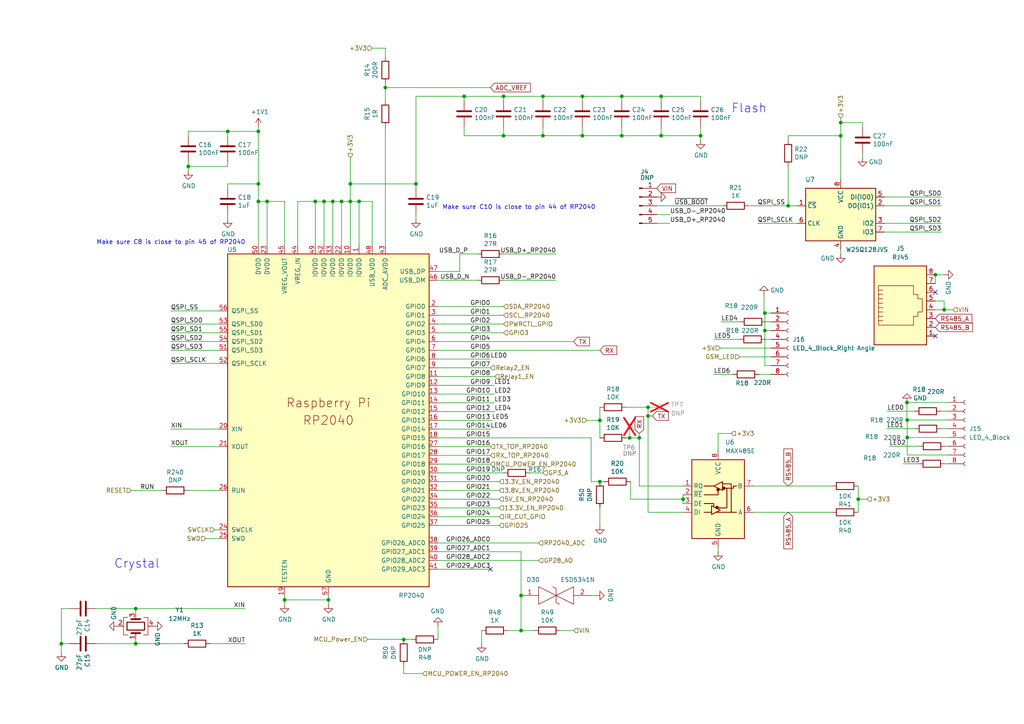
<source format=kicad_sch>
(kicad_sch (version 20231120) (generator "eeschema") (generator_version "8.0")
  (paper "A4")
  (lib_symbols
    (symbol "Connector:Conn_01x05_Male" (pin_names (offset 1.016) hide)
      (property "Reference" "J" (at 0 7.62 0))
      (property "Value" "Conn_01x05_Male" (at 0 -7.62 0))
      (symbol "Conn_01x05_Male_1_1"
        (pin passive line (at 5.08 5.08 180) (length 3.81) (name "Pin_1") (number "1"))
        (pin passive line (at 5.08 2.54 180) (length 3.81) (name "Pin_2") (number "2"))
        (pin passive line (at 5.08 0 180) (length 3.81) (name "Pin_3") (number "3"))
        (pin passive line (at 5.08 -2.54 180) (length 3.81) (name "Pin_4") (number "4"))
        (pin passive line (at 5.08 -5.08 180) (length 3.81) (name "Pin_5") (number "5"))
      )
    )
    (symbol "Connector:Conn_01x08_Socket" (pin_names (offset 1.016) hide)
      (property "Reference" "J" (at 0 10.16 0))
      (property "Value" "Conn_01x08_Socket" (at 0 -12.7 0))
      (symbol "Conn_01x08_Socket_1_1"
        (pin passive line (at -5.08 7.62 0) (length 3.81) (name "Pin_1") (number "1"))
        (pin passive line (at -5.08 5.08 0) (length 3.81) (name "Pin_2") (number "2"))
        (pin passive line (at -5.08 2.54 0) (length 3.81) (name "Pin_3") (number "3"))
        (pin passive line (at -5.08 0 0) (length 3.81) (name "Pin_4") (number "4"))
        (pin passive line (at -5.08 -2.54 0) (length 3.81) (name "Pin_5") (number "5"))
        (pin passive line (at -5.08 -5.08 0) (length 3.81) (name "Pin_6") (number "6"))
        (pin passive line (at -5.08 -7.62 0) (length 3.81) (name "Pin_7") (number "7"))
        (pin passive line (at -5.08 -10.16 0) (length 3.81) (name "Pin_8") (number "8"))
      )
    )
    (symbol "Connector:RJ45" (pin_names (offset 1.016))
      (property "Reference" "J" (at -5.08 13.97 0))
      (property "Value" "RJ45" (at 2.54 13.97 0))
      (symbol "RJ45_1_1"
        (pin passive line (at 10.16 -7.62 180) (length 2.54) (name "~") (number "1"))
        (pin passive line (at 10.16 -5.08 180) (length 2.54) (name "~") (number "2"))
        (pin passive line (at 10.16 -2.54 180) (length 2.54) (name "~") (number "3"))
        (pin passive line (at 10.16 0 180) (length 2.54) (name "~") (number "4"))
        (pin passive line (at 10.16 2.54 180) (length 2.54) (name "~") (number "5"))
        (pin passive line (at 10.16 5.08 180) (length 2.54) (name "~") (number "6"))
        (pin passive line (at 10.16 7.62 180) (length 2.54) (name "~") (number "7"))
        (pin passive line (at 10.16 10.16 180) (length 2.54) (name "~") (number "8"))
      )
    )
    (symbol "Connector:TestPoint" (pin_numbers hide) (pin_names (offset 0.762) hide)
      (property "Reference" "TP" (at 0 6.858 0))
      (property "Value" "TestPoint" (at 0 5.08 0))
      (symbol "TestPoint_1_1"
        (pin passive line (at 0 0 90) (length 2.54) (name "1") (number "1"))
      )
    )
    (symbol "Device:C" (pin_numbers hide) (pin_names (offset 0.254))
      (property "Reference" "C" (at 0.635 2.54 0))
      (property "Value" "C" (at 0.635 -2.54 0))
      (symbol "C_1_1"
        (pin passive line (at 0 3.81 270) (length 2.794) (name "~") (number "1"))
        (pin passive line (at 0 -3.81 90) (length 2.794) (name "~") (number "2"))
      )
    )
    (symbol "Device:Crystal_GND24" (pin_names (offset 1.016) hide)
      (property "Reference" "Y" (at 3.175 5.08 0))
      (property "Value" "Crystal_GND24" (at 3.175 3.175 0))
      (symbol "Crystal_GND24_1_1"
        (pin passive line (at -3.81 0 0) (length 1.27) (name "1") (number "1"))
        (pin passive line (at 0 5.08 270) (length 1.27) (name "2") (number "2"))
        (pin passive line (at 3.81 0 180) (length 1.27) (name "3") (number "3"))
        (pin passive line (at 0 -5.08 90) (length 1.27) (name "4") (number "4"))
      )
    )
    (symbol "Device:R" (pin_numbers hide) (pin_names (offset 0))
      (property "Reference" "R" (at 2.032 0 90))
      (property "Value" "R" (at 0 0 90))
      (symbol "R_1_1"
        (pin passive line (at 0 3.81 270) (length 1.27) (name "~") (number "1"))
        (pin passive line (at 0 -3.81 90) (length 1.27) (name "~") (number "2"))
      )
    )
    (symbol "Interface_UART:MAX485E"
      (property "Reference" "U" (at -6.096 11.43 0))
      (property "Value" "MAX485E" (at 0.762 11.43 0))
      (symbol "MAX485E_1_1"
        (pin output line (at -10.16 2.54 0) (length 2.54) (name "RO") (number "1"))
        (pin input line (at -10.16 0 0) (length 2.54) (name "~{RE}") (number "2"))
        (pin input line (at -10.16 -2.54 0) (length 2.54) (name "DE") (number "3"))
        (pin input line (at -10.16 -5.08 0) (length 2.54) (name "DI") (number "4"))
        (pin power_in line (at 0 -15.24 90) (length 2.54) (name "GND") (number "5"))
        (pin bidirectional line (at 10.16 -5.08 180) (length 2.54) (name "A") (number "6"))
        (pin bidirectional line (at 10.16 2.54 180) (length 2.54) (name "B") (number "7"))
        (pin power_in line (at 0 12.7 270) (length 2.54) (name "VCC") (number "8"))
      )
    )
    (symbol "MCU_RaspberryPi_RP2040:RP2040" (pin_names (offset 1.016))
      (property "Reference" "U" (at -29.21 49.53 0))
      (property "Value" "RP2040" (at 24.13 -49.53 0))
      (symbol "RP2040_0_0"
        (text "Raspberry Pi" (at 0 5.08 0) (effects (font (size 2.54 2.54))))
        (text "RP2040" (at 0 0 0) (effects (font (size 2.54 2.54))))
      )
      (symbol "RP2040_1_1"
        (pin power_in line (at 8.89 50.8 270) (length 2.54) (name "IOVDD") (number "1"))
        (pin power_in line (at 6.35 50.8 270) (length 2.54) (name "IOVDD") (number "10"))
        (pin bidirectional line (at 31.75 12.7 180) (length 2.54) (name "GPIO8") (number "11"))
        (pin bidirectional line (at 31.75 10.16 180) (length 2.54) (name "GPIO9") (number "12"))
        (pin bidirectional line (at 31.75 7.62 180) (length 2.54) (name "GPIO10") (number "13"))
        (pin bidirectional line (at 31.75 5.08 180) (length 2.54) (name "GPIO11") (number "14"))
        (pin bidirectional line (at 31.75 2.54 180) (length 2.54) (name "GPIO12") (number "15"))
        (pin bidirectional line (at 31.75 0 180) (length 2.54) (name "GPIO13") (number "16"))
        (pin bidirectional line (at 31.75 -2.54 180) (length 2.54) (name "GPIO14") (number "17"))
        (pin bidirectional line (at 31.75 -5.08 180) (length 2.54) (name "GPIO15") (number "18"))
        (pin passive line (at -12.7 -50.8 90) (length 2.54) (name "TESTEN") (number "19"))
        (pin bidirectional line (at 31.75 33.02 180) (length 2.54) (name "GPIO0") (number "2"))
        (pin input line (at -31.75 -2.54 0) (length 2.54) (name "XIN") (number "20"))
        (pin passive line (at -31.75 -7.62 0) (length 2.54) (name "XOUT") (number "21"))
        (pin power_in line (at 3.81 50.8 270) (length 2.54) (name "IOVDD") (number "22"))
        (pin power_in line (at -17.78 50.8 270) (length 2.54) (name "DVDD") (number "23"))
        (pin output line (at -31.75 -31.75 0) (length 2.54) (name "SWCLK") (number "24"))
        (pin bidirectional line (at -31.75 -34.29 0) (length 2.54) (name "SWD") (number "25"))
        (pin input line (at -31.75 -20.32 0) (length 2.54) (name "RUN") (number "26"))
        (pin bidirectional line (at 31.75 -7.62 180) (length 2.54) (name "GPIO16") (number "27"))
        (pin bidirectional line (at 31.75 -10.16 180) (length 2.54) (name "GPIO17") (number "28"))
        (pin bidirectional line (at 31.75 -12.7 180) (length 2.54) (name "GPIO18") (number "29"))
        (pin bidirectional line (at 31.75 30.48 180) (length 2.54) (name "GPIO1") (number "3"))
        (pin bidirectional line (at 31.75 -15.24 180) (length 2.54) (name "GPIO19") (number "30"))
        (pin bidirectional line (at 31.75 -17.78 180) (length 2.54) (name "GPIO20") (number "31"))
        (pin bidirectional line (at 31.75 -20.32 180) (length 2.54) (name "GPIO21") (number "32"))
        (pin power_in line (at 1.27 50.8 270) (length 2.54) (name "IOVDD") (number "33"))
        (pin bidirectional line (at 31.75 -22.86 180) (length 2.54) (name "GPIO22") (number "34"))
        (pin bidirectional line (at 31.75 -25.4 180) (length 2.54) (name "GPIO23") (number "35"))
        (pin bidirectional line (at 31.75 -27.94 180) (length 2.54) (name "GPIO24") (number "36"))
        (pin bidirectional line (at 31.75 -30.48 180) (length 2.54) (name "GPIO25") (number "37"))
        (pin bidirectional line (at 31.75 -35.56 180) (length 2.54) (name "GPIO26_ADC0") (number "38"))
        (pin bidirectional line (at 31.75 -38.1 180) (length 2.54) (name "GPIO27_ADC1") (number "39"))
        (pin bidirectional line (at 31.75 27.94 180) (length 2.54) (name "GPIO2") (number "4"))
        (pin bidirectional line (at 31.75 -40.64 180) (length 2.54) (name "GPIO28_ADC2") (number "40"))
        (pin bidirectional line (at 31.75 -43.18 180) (length 2.54) (name "GPIO29_ADC3") (number "41"))
        (pin power_in line (at -1.27 50.8 270) (length 2.54) (name "IOVDD") (number "42"))
        (pin power_in line (at 16.51 50.8 270) (length 2.54) (name "ADC_AVDD") (number "43"))
        (pin power_in line (at -8.89 50.8 270) (length 2.54) (name "VREG_IN") (number "44"))
        (pin power_out line (at -12.7 50.8 270) (length 2.54) (name "VREG_VOUT") (number "45"))
        (pin bidirectional line (at 31.75 40.64 180) (length 2.54) (name "USB_DM") (number "46"))
        (pin bidirectional line (at 31.75 43.18 180) (length 2.54) (name "USB_DP") (number "47"))
        (pin power_in line (at 12.7 50.8 270) (length 2.54) (name "USB_VDD") (number "48"))
        (pin power_in line (at -3.81 50.8 270) (length 2.54) (name "IOVDD") (number "49"))
        (pin bidirectional line (at 31.75 25.4 180) (length 2.54) (name "GPIO3") (number "5"))
        (pin power_in line (at -20.32 50.8 270) (length 2.54) (name "DVDD") (number "50"))
        (pin bidirectional line (at -31.75 20.32 0) (length 2.54) (name "QSPI_SD3") (number "51"))
        (pin output line (at -31.75 16.51 0) (length 2.54) (name "QSPI_SCLK") (number "52"))
        (pin bidirectional line (at -31.75 27.94 0) (length 2.54) (name "QSPI_SD0") (number "53"))
        (pin bidirectional line (at -31.75 22.86 0) (length 2.54) (name "QSPI_SD2") (number "54"))
        (pin bidirectional line (at -31.75 25.4 0) (length 2.54) (name "QSPI_SD1") (number "55"))
        (pin bidirectional line (at -31.75 31.75 0) (length 2.54) (name "QSPI_SS") (number "56"))
        (pin power_in line (at 0 -50.8 90) (length 2.54) (name "GND") (number "57"))
        (pin bidirectional line (at 31.75 22.86 180) (length 2.54) (name "GPIO4") (number "6"))
        (pin bidirectional line (at 31.75 20.32 180) (length 2.54) (name "GPIO5") (number "7"))
        (pin bidirectional line (at 31.75 17.78 180) (length 2.54) (name "GPIO6") (number "8"))
        (pin bidirectional line (at 31.75 15.24 180) (length 2.54) (name "GPIO7") (number "9"))
      )
    )
    (symbol "Memory_Flash:W25Q128JVS"
      (property "Reference" "U" (at -8.89 8.89 0))
      (property "Value" "W25Q128JVS" (at 7.62 8.89 0))
      (symbol "W25Q128JVS_1_1"
        (pin input line (at -12.7 2.54 0) (length 2.54) (name "~{CS}") (number "1"))
        (pin bidirectional line (at 12.7 2.54 180) (length 2.54) (name "DO(IO1)") (number "2"))
        (pin bidirectional line (at 12.7 -2.54 180) (length 2.54) (name "IO2") (number "3"))
        (pin power_in line (at 0 -10.16 90) (length 2.54) (name "GND") (number "4"))
        (pin bidirectional line (at 12.7 5.08 180) (length 2.54) (name "DI(IO0)") (number "5"))
        (pin input line (at -12.7 -2.54 0) (length 2.54) (name "CLK") (number "6"))
        (pin bidirectional line (at 12.7 -5.08 180) (length 2.54) (name "IO3") (number "7"))
        (pin power_in line (at 0 10.16 270) (length 2.54) (name "VCC") (number "8"))
      )
    )
    (symbol "SP0402B-ULC-01ETG:SP0402B-ULC-01ETG" (pin_names (offset 0.762))
      (property "Reference" "D" (at 12.7 8.89 0))
      (property "Value" "SP0402B-ULC-01ETG" (at 12.7 6.35 0))
      (symbol "SP0402B-ULC-01ETG_0_0"
        (pin passive line (at 0 0 0) (length 5.08) (name "~") (number "1"))
        (pin passive line (at 20.32 0 180) (length 5.08) (name "~") (number "2"))
      )
    )
    (symbol "power:+1V1" (power) (pin_names (offset 0))
      (property "Value" "+1V1" (at 0 3.556 0))
      (symbol "+1V1_1_1"
        (pin power_in line (at 0 0 90) (length 0) hide (name "+1V1") (number "1"))
      )
    )
    (symbol "power:GND" (power) (pin_names (offset 0))
      (property "Value" "GND" (at 0 -3.81 0))
      (symbol "GND_1_1"
        (pin power_in line (at 0 0 270) (length 0) hide (name "GND") (number "1"))
      )
    )
  )
  (junction (at 111.76 25.4))
  (junction (at 54.61 48.26))
  (junction (at 221.8396 90.8043))
  (junction (at 271.3007 79.6916))
  (junction (at 39.37 186.69))
  (junction (at 151.13 182.88))
  (junction (at 180.34 27.94))
  (junction (at 117.1006 185.4727))
  (junction (at 101.6 58.42))
  (junction (at 263.1254 126.8876))
  (junction (at 273.8407 89.8516))
  (junction (at 95.25 173.99))
  (junction (at 74.93 58.42))
  (junction (at 180.34 39.37))
  (junction (at 151.13 172.72))
  (junction (at 221.8396 95.8843))
  (junction (at 263.1254 121.8163))
  (junction (at 17.78 186.69))
  (junction (at 173.99 139.7))
  (junction (at 263.0568 116.7363))
  (junction (at 104.14 58.42))
  (junction (at 187.96 120.65))
  (junction (at 248.92 144.78))
  (junction (at 39.37 176.53))
  (junction (at 93.98 58.42))
  (junction (at 96.52 58.42))
  (junction (at 82.55 173.99))
  (junction (at 74.93 38.1))
  (junction (at 91.44 58.42))
  (junction (at 168.91 39.37))
  (junction (at 101.6 53.34))
  (junction (at 198.12 144.78))
  (junction (at 182.6119 127))
  (junction (at 134.62 27.94))
  (junction (at 157.48 27.94))
  (junction (at 187.96 118.11))
  (junction (at 228.6 59.69))
  (junction (at 66.04 38.1))
  (junction (at 74.93 53.34))
  (junction (at 99.06 58.42))
  (junction (at 191.77 39.37))
  (junction (at 173.99 121.92))
  (junction (at 120.65 53.34))
  (junction (at 191.77 27.94))
  (junction (at 168.91 27.94))
  (junction (at 77.47 58.42))
  (junction (at 185.42 127))
  (junction (at 146.05 27.94))
  (junction (at 157.48 39.37))
  (junction (at 243.84 39.37))
  (junction (at 243.84 35.56))
  (junction (at 203.2 39.37))
  (junction (at 146.05 39.37))
  (no_connect (at 142.24 165.1))
  (no_connect (at 271.3007 97.4716))
  (no_connect (at 271.3007 84.7716))
  (wire (pts (xy 111.76 36.83) (xy 111.76 71.12)))
  (wire (pts (xy 49.53 124.46) (xy 63.5 124.46)))
  (wire (pts (xy 59.69 156.21) (xy 63.5 156.21)))
  (wire (pts (xy 191.77 39.37) (xy 203.2 39.37)))
  (wire (pts (xy 66.04 53.34) (xy 74.93 53.34)))
  (wire (pts (xy 122.5125 195.3653) (xy 117.1006 195.3653)))
  (wire (pts (xy 127 160.02) (xy 151.13 160.02)))
  (wire (pts (xy 191.77 27.94) (xy 203.2 27.94)))
  (wire (pts (xy 143.1694 119.3787) (xy 143.1694 119.38)))
  (wire (pts (xy 101.6 58.42) (xy 104.14 58.42)))
  (wire (pts (xy 127.039 181.6432) (xy 127.039 185.4532)))
  (wire (pts (xy 180.34 27.94) (xy 191.77 27.94)))
  (wire (pts (xy 142.24 114.3018) (xy 142.24 114.3)))
  (wire (pts (xy 143.4165 119.3774) (xy 143.4234 119.3787)))
  (wire (pts (xy 221.8396 90.8043) (xy 221.8396 95.8843)))
  (wire (pts (xy 142.24 109.2128) (xy 142.24 109.22)))
  (wire (pts (xy 82.55 173.99) (xy 95.25 173.99)))
  (wire (pts (xy 142.24 116.8403) (xy 142.24 116.84)))
  (wire (pts (xy 143.3631 116.8403) (xy 142.24 116.8403)))
  (wire (pts (xy 180.34 39.37) (xy 168.91 39.37)))
  (wire (pts (xy 127 149.86) (xy 144.78 149.86)))
  (wire (pts (xy 39.37 186.69) (xy 53.34 186.69)))
  (wire (pts (xy 142.6874 121.92) (xy 127 121.92)))
  (wire (pts (xy 191.77 29.21) (xy 191.77 27.94)))
  (wire (pts (xy 86.36 58.42) (xy 91.44 58.42)))
  (wire (pts (xy 146.05 27.94) (xy 157.48 27.94)))
  (wire (pts (xy 207.0067 108.5843) (xy 212.5516 108.5843)))
  (wire (pts (xy 54.61 46.99) (xy 54.61 48.26)))
  (wire (pts (xy 228.6 48.26) (xy 228.6 59.69)))
  (wire (pts (xy 127 142.24) (xy 144.78 142.24)))
  (wire (pts (xy 127 104.14) (xy 142.24 104.14)))
  (wire (pts (xy 95.25 173.99) (xy 95.25 175.26)))
  (wire (pts (xy 118.2663 185.4532) (xy 119.419 185.4532)))
  (wire (pts (xy 111.76 13.97) (xy 107.95 13.97)))
  (wire (pts (xy 271.3007 79.6916) (xy 271.3007 82.2316)))
  (wire (pts (xy 185.42 125.73) (xy 185.42 127)))
  (wire (pts (xy 272.8769 119.2612) (xy 274.3404 119.2612)))
  (wire (pts (xy 185.42 127) (xy 185.42 140.97)))
  (wire (pts (xy 127 106.68) (xy 142.24 106.68)))
  (wire (pts (xy 27.94 176.53) (xy 39.37 176.53)))
  (wire (pts (xy 120.65 27.94) (xy 120.65 53.34)))
  (wire (pts (xy 143.3159 111.7647) (xy 142.24 111.7647)))
  (wire (pts (xy 101.6 53.34) (xy 101.6 58.42)))
  (wire (pts (xy 153.67 137.16) (xy 157.48 137.16)))
  (wire (pts (xy 208.9282 100.9521) (xy 208.9282 100.9643)))
  (wire (pts (xy 274.9191 116.7276) (xy 265.8174 116.7276)))
  (wire (pts (xy 60.96 186.69) (xy 71.12 186.69)))
  (wire (pts (xy 274.137 129.4276) (xy 274.9191 129.4276)))
  (wire (pts (xy 194.31 62.23) (xy 190.5 62.23)))
  (wire (pts (xy 127 96.52) (xy 146.05 96.52)))
  (wire (pts (xy 207.1393 98.4253) (xy 207.1393 98.4243)))
  (wire (pts (xy 93.98 58.42) (xy 96.52 58.42)))
  (wire (pts (xy 223.6347 95.8843) (xy 221.8396 95.8843)))
  (wire (pts (xy 212.09 125.73) (xy 208.28 125.73)))
  (wire (pts (xy 157.48 27.94) (xy 168.91 27.94)))
  (wire (pts (xy 194.31 64.77) (xy 190.5 64.77)))
  (wire (pts (xy 248.92 144.78) (xy 248.92 148.59)))
  (wire (pts (xy 66.04 54.61) (xy 66.04 53.34)))
  (wire (pts (xy 74.93 53.34) (xy 74.93 58.42)))
  (wire (pts (xy 20.32 176.53) (xy 17.78 176.53)))
  (wire (pts (xy 273.8407 89.8516) (xy 271.3007 89.8516)))
  (wire (pts (xy 203.2 36.83) (xy 203.2 39.37)))
  (wire (pts (xy 99.06 71.12) (xy 99.06 58.42)))
  (wire (pts (xy 142.24 124.4539) (xy 142.24 124.46)))
  (wire (pts (xy 127 144.78) (xy 144.78 144.78)))
  (wire (pts (xy 263.0381 116.7363) (xy 263.0381 121.8163)))
  (wire (pts (xy 127 127) (xy 171.45 127)))
  (wire (pts (xy 180.34 29.21) (xy 180.34 27.94)))
  (wire (pts (xy 171.45 139.7) (xy 173.99 139.7)))
  (wire (pts (xy 146.05 39.37) (xy 134.62 39.37)))
  (wire (pts (xy 221.8396 95.8843) (xy 221.8396 106.0443)))
  (wire (pts (xy 111.76 16.51) (xy 111.76 13.97)))
  (wire (pts (xy 221.8396 106.0443) (xy 223.6347 106.0443)))
  (wire (pts (xy 143.1694 119.38) (xy 127 119.38)))
  (wire (pts (xy 63.5 90.17) (xy 49.53 90.17)))
  (wire (pts (xy 274.9191 131.9676) (xy 263.1254 131.9676)))
  (wire (pts (xy 111.76 25.4) (xy 142.24 25.4)))
  (wire (pts (xy 207.0067 108.5876) (xy 207.0067 108.5843)))
  (wire (pts (xy 111.76 25.4) (xy 111.76 24.13)))
  (wire (pts (xy 198.12 144.78) (xy 198.12 146.05)))
  (wire (pts (xy 273.8407 89.8516) (xy 276.3807 89.8516)))
  (wire (pts (xy 222.2145 93.3443) (xy 223.6347 93.3443)))
  (wire (pts (xy 208.28 158.75) (xy 208.28 160.02)))
  (wire (pts (xy 209.4507 93.3443) (xy 214.5945 93.3443)))
  (wire (pts (xy 66.04 39.37) (xy 66.04 38.1)))
  (wire (pts (xy 77.47 58.42) (xy 74.93 58.42)))
  (wire (pts (xy 146.05 36.83) (xy 146.05 39.37)))
  (wire (pts (xy 49.53 96.52) (xy 63.5 96.52)))
  (wire (pts (xy 256.54 67.31) (xy 273.05 67.31)))
  (wire (pts (xy 203.2 39.37) (xy 203.2 40.64)))
  (wire (pts (xy 134.62 27.94) (xy 146.05 27.94)))
  (wire (pts (xy 127 81.28) (xy 138.43 81.28)))
  (wire (pts (xy 74.93 58.42) (xy 74.93 71.12)))
  (wire (pts (xy 274.3404 119.2676) (xy 274.9191 119.2676)))
  (wire (pts (xy 127 114.3) (xy 142.24 114.3)))
  (wire (pts (xy 127 162.56) (xy 156.21 162.56)))
  (wire (pts (xy 127 147.32) (xy 144.78 147.32)))
  (wire (pts (xy 180.34 36.83) (xy 180.34 39.37)))
  (wire (pts (xy 107.95 71.12) (xy 107.95 58.42)))
  (wire (pts (xy 134.62 27.94) (xy 120.65 27.94)))
  (wire (pts (xy 168.91 29.21) (xy 168.91 27.94)))
  (wire (pts (xy 146.05 73.66) (xy 161.29 73.66)))
  (wire (pts (xy 203.2 29.21) (xy 203.2 27.94)))
  (wire (pts (xy 221.586 85.4822) (xy 221.586 90.8043)))
  (wire (pts (xy 120.65 62.23) (xy 120.65 63.5)))
  (wire (pts (xy 101.6 53.34) (xy 101.6 45.72)))
  (wire (pts (xy 49.53 101.6) (xy 63.5 101.6)))
  (wire (pts (xy 218.44 140.97) (xy 241.3 140.97)))
  (wire (pts (xy 181.61 127) (xy 182.6119 127)))
  (wire (pts (xy 77.47 71.12) (xy 77.47 58.42)))
  (wire (pts (xy 20.32 186.69) (xy 17.78 186.69)))
  (wire (pts (xy 127 99.06) (xy 166.37 99.06)))
  (wire (pts (xy 49.53 99.06) (xy 63.5 99.06)))
  (wire (pts (xy 127 91.44) (xy 146.05 91.44)))
  (wire (pts (xy 166.37 182.88) (xy 162.56 182.88)))
  (wire (pts (xy 127 88.9) (xy 146.05 88.9)))
  (wire (pts (xy 82.55 71.12) (xy 82.55 58.42)))
  (wire (pts (xy 208.9282 100.9643) (xy 223.6347 100.9643)))
  (wire (pts (xy 101.6 53.34) (xy 120.65 53.34)))
  (wire (pts (xy 191.77 36.83) (xy 191.77 39.37)))
  (wire (pts (xy 223.6347 90.8043) (xy 221.8396 90.8043)))
  (wire (pts (xy 228.6 39.37) (xy 243.84 39.37)))
  (wire (pts (xy 187.96 120.65) (xy 189.23 120.65)))
  (wire (pts (xy 151.13 160.02) (xy 151.13 172.72)))
  (wire (pts (xy 173.99 121.92) (xy 173.99 127)))
  (wire (pts (xy 265.8174 116.7363) (xy 263.0568 116.7363)))
  (wire (pts (xy 147.32 182.88) (xy 151.13 182.88)))
  (wire (pts (xy 214.5582 103.477) (xy 214.5582 103.5043)))
  (wire (pts (xy 104.14 58.42) (xy 104.14 71.12)))
  (wire (pts (xy 217.17 59.69) (xy 228.6 59.69)))
  (wire (pts (xy 263.1254 121.8163) (xy 263.1254 126.8876)))
  (wire (pts (xy 63.5 129.54) (xy 49.53 129.54)))
  (wire (pts (xy 257.3361 119.2612) (xy 265.2569 119.2612)))
  (wire (pts (xy 104.14 58.42) (xy 107.95 58.42)))
  (wire (pts (xy 106.68 185.42) (xy 116.1625 185.42)))
  (wire (pts (xy 111.76 25.4) (xy 111.76 29.21)))
  (wire (pts (xy 263.0568 116.7363) (xy 263.0381 116.7363)))
  (wire (pts (xy 86.36 71.12) (xy 86.36 58.42)))
  (wire (pts (xy 118.2663 185.4727) (xy 118.2663 185.4532)))
  (wire (pts (xy 74.93 36.83) (xy 74.93 38.1)))
  (wire (pts (xy 182.6119 127) (xy 185.42 127)))
  (wire (pts (xy 142.24 111.7647) (xy 142.24 111.76)))
  (wire (pts (xy 198.12 140.97) (xy 185.42 140.97)))
  (wire (pts (xy 243.84 39.37) (xy 243.84 52.07)))
  (wire (pts (xy 172.72 172.72) (xy 171.45 172.72)))
  (wire (pts (xy 127 116.84) (xy 142.24 116.84)))
  (wire (pts (xy 54.61 48.26) (xy 54.61 49.53)))
  (wire (pts (xy 187.96 120.65) (xy 187.96 118.11)))
  (wire (pts (xy 74.93 38.1) (xy 74.93 53.34)))
  (wire (pts (xy 187.96 118.11) (xy 181.61 118.11)))
  (wire (pts (xy 117.1006 185.4727) (xy 118.2663 185.4727)))
  (wire (pts (xy 272.9551 124.3476) (xy 274.9191 124.3476)))
  (wire (pts (xy 198.12 148.59) (xy 187.96 148.59)))
  (wire (pts (xy 170.18 121.92) (xy 173.99 121.92)))
  (wire (pts (xy 273.8407 87.3116) (xy 271.3007 87.3116)))
  (wire (pts (xy 173.99 139.7) (xy 175.26 139.7)))
  (wire (pts (xy 127 139.7) (xy 144.78 139.7)))
  (wire (pts (xy 133.35 73.66) (xy 138.43 73.66)))
  (wire (pts (xy 82.55 172.72) (xy 82.55 173.99)))
  (wire (pts (xy 221.586 90.8043) (xy 221.8396 90.8043)))
  (wire (pts (xy 82.55 173.99) (xy 82.55 175.26)))
  (wire (pts (xy 17.78 186.69) (xy 17.78 189.23)))
  (wire (pts (xy 182.88 144.78) (xy 182.88 139.7)))
  (wire (pts (xy 127 132.08) (xy 142.24 132.08)))
  (wire (pts (xy 127 157.48) (xy 156.21 157.48)))
  (wire (pts (xy 187.96 148.59) (xy 187.96 120.65)))
  (wire (pts (xy 134.62 36.83) (xy 134.62 39.37)))
  (wire (pts (xy 143.3693 114.3018) (xy 142.24 114.3018)))
  (wire (pts (xy 146.05 29.21) (xy 146.05 27.94)))
  (wire (pts (xy 139.7 186.69) (xy 139.7 182.88)))
  (wire (pts (xy 63.5 105.41) (xy 49.53 105.41)))
  (wire (pts (xy 27.94 186.69) (xy 39.37 186.69)))
  (wire (pts (xy 95.25 172.72) (xy 95.25 173.99)))
  (wire (pts (xy 17.78 176.53) (xy 17.78 186.69)))
  (wire (pts (xy 191.77 39.37) (xy 180.34 39.37)))
  (wire (pts (xy 54.61 142.24) (xy 63.5 142.24)))
  (wire (pts (xy 99.06 58.42) (xy 101.6 58.42)))
  (wire (pts (xy 66.04 38.1) (xy 74.93 38.1)))
  (wire (pts (xy 198.12 144.78) (xy 182.88 144.78)))
  (wire (pts (xy 228.6 40.64) (xy 228.6 39.37)))
  (wire (pts (xy 256.54 59.69) (xy 273.05 59.69)))
  (wire (pts (xy 127 152.4) (xy 144.78 152.4)))
  (wire (pts (xy 96.52 71.12) (xy 96.52 58.42)))
  (wire (pts (xy 250.19 44.45) (xy 250.19 45.72)))
  (wire (pts (xy 117.1006 195.3653) (xy 117.1006 193.0927)))
  (wire (pts (xy 133.35 73.66) (xy 133.35 78.74)))
  (wire (pts (xy 256.54 57.15) (xy 273.05 57.15)))
  (wire (pts (xy 248.92 140.97) (xy 248.92 144.78)))
  (wire (pts (xy 261.92 134.5076) (xy 266.4376 134.5076)))
  (wire (pts (xy 173.99 152.4) (xy 173.99 147.32)))
  (wire (pts (xy 116.1625 185.42) (xy 116.1625 185.4727)))
  (wire (pts (xy 116.1625 185.4727) (xy 117.1006 185.4727)))
  (wire (pts (xy 263.1254 126.8876) (xy 263.1254 131.9676)))
  (wire (pts (xy 273.8407 89.8516) (xy 273.8407 87.3116)))
  (wire (pts (xy 127 93.98) (xy 146.05 93.98)))
  (wire (pts (xy 134.62 29.21) (xy 134.62 27.94)))
  (wire (pts (xy 49.53 93.98) (xy 63.5 93.98)))
  (wire (pts (xy 274.0576 134.5076) (xy 274.9191 134.5076)))
  (wire (pts (xy 273.8407 79.6916) (xy 271.3007 79.6916)))
  (wire (pts (xy 190.5 59.69) (xy 209.55 59.69)))
  (wire (pts (xy 257.238 124.3476) (xy 265.3351 124.3476)))
  (wire (pts (xy 127 109.22) (xy 142.24 109.22)))
  (wire (pts (xy 157.48 39.37) (xy 146.05 39.37)))
  (wire (pts (xy 257.9018 129.4276) (xy 266.517 129.4276)))
  (wire (pts (xy 54.61 38.1) (xy 66.04 38.1)))
  (wire (pts (xy 157.48 36.83) (xy 157.48 39.37)))
  (wire (pts (xy 127 129.54) (xy 142.24 129.54)))
  (wire (pts (xy 54.61 48.26) (xy 66.04 48.26)))
  (wire (pts (xy 127 111.76) (xy 142.24 111.76)))
  (wire (pts (xy 91.44 71.12) (xy 91.44 58.42)))
  (wire (pts (xy 93.98 71.12) (xy 93.98 58.42)))
  (wire (pts (xy 62.23 153.67) (xy 63.5 153.67)))
  (wire (pts (xy 127 165.1) (xy 142.24 165.1)))
  (wire (pts (xy 38.1 142.24) (xy 46.99 142.24)))
  (wire (pts (xy 243.84 35.56) (xy 243.84 39.37)))
  (wire (pts (xy 127 134.62) (xy 142.24 134.62)))
  (wire (pts (xy 82.55 58.42) (xy 77.47 58.42)))
  (wire (pts (xy 173.99 118.11) (xy 173.99 121.92)))
  (wire (pts (xy 127 78.74) (xy 133.35 78.74)))
  (wire (pts (xy 171.45 139.7) (xy 171.45 127)))
  (wire (pts (xy 143.4918 109.2128) (xy 142.24 109.2128)))
  (wire (pts (xy 274.9191 126.8876) (xy 263.1254 126.8876)))
  (wire (pts (xy 168.91 39.37) (xy 157.48 39.37)))
  (wire (pts (xy 66.04 48.26) (xy 66.04 46.99)))
  (wire (pts (xy 222.0746 98.4243) (xy 223.6347 98.4243)))
  (wire (pts (xy 243.84 34.29) (xy 243.84 35.56)))
  (wire (pts (xy 219.71 64.77) (xy 231.14 64.77)))
  (wire (pts (xy 127 124.46) (xy 142.24 124.46)))
  (wire (pts (xy 228.6 59.69) (xy 231.14 59.69)))
  (wire (pts (xy 243.84 72.39) (xy 243.84 73.66)))
  (wire (pts (xy 250.19 36.83) (xy 250.19 35.56)))
  (wire (pts (xy 274.3404 119.2612) (xy 274.3404 119.2676)))
  (wire (pts (xy 151.13 182.88) (xy 154.94 182.88)))
  (wire (pts (xy 207.1393 98.4243) (xy 214.4546 98.4243)))
  (wire (pts (xy 66.04 62.23) (xy 66.04 63.5)))
  (wire (pts (xy 263.0381 121.8163) (xy 263.1254 121.8163)))
  (wire (pts (xy 263.1254 121.8076) (xy 263.1254 121.8163)))
  (wire (pts (xy 220.1716 108.5843) (xy 223.6347 108.5843)))
  (wire (pts (xy 265.8174 116.7276) (xy 265.8174 116.7363)))
  (wire (pts (xy 218.44 148.59) (xy 241.3 148.59)))
  (wire (pts (xy 39.37 177.8) (xy 39.37 176.53)))
  (wire (pts (xy 101.6 71.12) (xy 101.6 58.42)))
  (wire (pts (xy 39.37 176.53) (xy 71.12 176.53)))
  (wire (pts (xy 263.1254 121.8076) (xy 274.9191 121.8076)))
  (wire (pts (xy 39.37 185.42) (xy 39.37 186.69)))
  (wire (pts (xy 143.1694 119.3787) (xy 143.4165 119.3774)))
  (wire (pts (xy 151.13 172.72) (xy 151.13 182.88)))
  (wire (pts (xy 214.5582 103.5043) (xy 223.6347 103.5043)))
  (wire (pts (xy 256.54 64.77) (xy 273.05 64.77)))
  (wire (pts (xy 198.12 143.51) (xy 198.12 144.78)))
  (wire (pts (xy 146.05 81.28) (xy 161.29 81.28)))
  (wire (pts (xy 120.65 54.61) (xy 120.65 53.34)))
  (wire (pts (xy 251.46 144.78) (xy 248.92 144.78)))
  (wire (pts (xy 168.91 27.94) (xy 180.34 27.94)))
  (wire (pts (xy 209.4507 93.3472) (xy 209.4507 93.3443)))
  (wire (pts (xy 91.44 58.42) (xy 93.98 58.42)))
  (wire (pts (xy 127 101.6) (xy 173.99 101.6)))
  (wire (pts (xy 96.52 58.42) (xy 99.06 58.42)))
  (wire (pts (xy 250.19 35.56) (xy 243.84 35.56)))
  (wire (pts (xy 157.48 29.21) (xy 157.48 27.94)))
  (wire (pts (xy 168.91 36.83) (xy 168.91 39.37)))
  (wire (pts (xy 54.61 39.37) (xy 54.61 38.1)))
  (wire (pts (xy 208.28 125.73) (xy 208.28 130.81)))
  (wire (pts (xy 209.1967 93.3472) (xy 209.4507 93.3472)))
  (wire (pts (xy 127 137.16) (xy 146.05 137.16)))
  (text "Make sure C8 is close to pin 45 of RP2040" (at 27.94 71.12 0) (effects (font (size 1.27 1.27)) (justify left bottom)))
  (text "Make sure C10 is close to pin 44 of RP2040" (at 128.27 60.96 0) (effects (font (size 1.27 1.27)) (justify left bottom)))
  (text "Flash" (at 212.09 33.02 0) (effects (font (size 2.54 2.54)) (justify left bottom)))
  (text "Crystal" (at 33.02 165.1 0) (effects (font (size 2.54 2.54)) (justify left bottom)))
  (label "LED3" (at 261.92 134.5076 0))
  (label "USB_D_P" (at 135.7763 73.66 180))
  (label "GPIO22" (at 142.24 144.78 180))
  (label "GPIO17" (at 142.24 132.08 180))
  (label "GPIO9" (at 142.24 111.7647 180))
  (label "XIN" (at 71.12 176.53 180))
  (label "LED3" (at 143.3631 116.8403 0))
  (label "USB_D+_RP2040" (at 161.29 73.66 180))
  (label "GPIO5" (at 142.24 101.6 180))
  (label "GPIO15" (at 142.24 127 180))
  (label "LED4" (at 143.4234 119.3787 0))
  (label "QSPI_SD0" (at 49.53 93.98 0))
  (label "GPIO18" (at 142.24 134.62 180))
  (label "LED2" (at 143.3693 114.3018 0))
  (label "GPIO26_ADC0" (at 142.24 157.48 180))
  (label "GPIO24" (at 142.24 149.86 180))
  (label "QSPI_SD2" (at 49.53 99.06 0))
  (label "GPIO27_ADC1" (at 142.24 160.02 180))
  (label "QSPI_SCLK" (at 219.71 64.77 0))
  (label "LED6" (at 142.24 124.46 0))
  (label "GPIO7" (at 142.24 106.68 180))
  (label "GPIO14" (at 142.24 124.4539 180))
  (label "GPIO3" (at 142.24 96.52 180))
  (label "LED0" (at 142.24 104.14 0))
  (label "GPIO0" (at 142.24 88.9 180))
  (label "LED1" (at 257.238 124.3476 0))
  (label "QSPI_SD3" (at 273.05 67.31 180))
  (label "GPIO11" (at 142.24 116.8403 180))
  (label "LED6" (at 207.0067 108.5876 0))
  (label "QSPI_SD0" (at 273.05 57.15 180))
  (label "USB_D-_RP2040" (at 194.31 62.23 0))
  (label "GPIO4" (at 142.24 99.06 180))
  (label "LED5" (at 142.6874 121.92 0))
  (label "GPIO20" (at 142.24 139.7 180))
  (label "~{USB_BOOT}" (at 195.58 59.69 0))
  (label "GPIO13" (at 142.24 121.92 180))
  (label "LED0" (at 257.3361 119.2612 0))
  (label "GPIO12" (at 142.24 119.38 180))
  (label "GPIO6" (at 142.24 104.14 180))
  (label "LED5" (at 207.1393 98.4253 0))
  (label "GPIO29_ADC3" (at 142.24 165.1 180))
  (label "GPIO1" (at 142.24 91.44 180))
  (label "GPIO28_ADC2" (at 142.24 162.56 180))
  (label "QSPI_SCLK" (at 49.53 105.41 0))
  (label "QSPI_SS" (at 49.53 90.17 0))
  (label "GPIO23" (at 142.24 147.32 180))
  (label "QSPI_SD3" (at 49.53 101.6 0))
  (label "USB_D+_RP2040" (at 194.31 64.77 0))
  (label "LED2" (at 257.9018 129.4276 0))
  (label "LED1" (at 143.3159 111.7647 0))
  (label "RUN" (at 40.64 142.24 0))
  (label "USB_D_N" (at 136.2125 81.28 180))
  (label "GPIO19" (at 142.24 137.16 180))
  (label "GPIO10" (at 142.24 114.3 180))
  (label "QSPI_SD1" (at 273.05 59.69 180))
  (label "QSPI_SD2" (at 273.05 64.77 180))
  (label "GPIO16" (at 142.24 129.54 180))
  (label "XOUT" (at 49.53 129.54 0))
  (label "QSPI_SD1" (at 49.53 96.52 0))
  (label "GPIO8" (at 142.24 109.2128 180))
  (label "XOUT" (at 71.12 186.69 180))
  (label "GPIO25" (at 142.24 152.4 180))
  (label "QSPI_SS" (at 219.71 59.69 0))
  (label "XIN" (at 49.53 124.46 0))
  (label "LED4" (at 209.1967 93.3472 0))
  (label "GPIO21" (at 142.24 142.24 180))
  (label "GPIO2" (at 142.24 93.98 180))
  (label "USB_D-_RP2040" (at 161.29 81.28 180))
  (global_label "RS485_B" (shape input) (at 271.3007 94.9316 0) (property "Intersheetrefs" "${INTERSHEET_REFS}" (effects (hide yes))))
  (global_label "ADC_VREF" (shape input) (at 142.24 25.4 0) (property "Intersheetrefs" "${INTERSHEET_REFS}" (effects (hide yes))))
  (global_label "RS485_A" (shape input) (at 228.6 148.59 270) (property "Intersheetrefs" "${INTERSHEET_REFS}" (effects (hide yes))))
  (global_label "RX" (shape input) (at 173.99 101.6 0) (property "Intersheetrefs" "${INTERSHEET_REFS}" (effects (hide yes))))
  (global_label "RS485_B" (shape input) (at 228.6 140.97 90) (property "Intersheetrefs" "${INTERSHEET_REFS}" (effects (hide yes))))
  (global_label "TX" (shape input) (at 189.23 120.65 0) (property "Intersheetrefs" "${INTERSHEET_REFS}" (effects (hide yes))))
  (global_label "RX" (shape input) (at 185.42 125.73 90) (property "Intersheetrefs" "${INTERSHEET_REFS}" (effects (hide yes))))
  (global_label "VIN" (shape input) (at 190.5 54.61 0) (property "Intersheetrefs" "${INTERSHEET_REFS}" (effects (hide yes))))
  (global_label "TX" (shape input) (at 166.37 99.06 0) (property "Intersheetrefs" "${INTERSHEET_REFS}" (effects (hide yes))))
  (global_label "RS485_A" (shape input) (at 271.3007 92.3916 0) (property "Intersheetrefs" "${INTERSHEET_REFS}" (effects (hide yes))))
  (hierarchical_label "GP3_A" (shape input) (at 157.48 137.16 0))
  (hierarchical_label "+3V3" (shape input) (at 101.6 45.72 90))
  (hierarchical_label "+3V3" (shape input) (at 212.09 125.73 0))
  (hierarchical_label "SCL_RP2040" (shape input) (at 146.05 91.44 0))
  (hierarchical_label "+3V3" (shape input) (at 107.95 13.97 180))
  (hierarchical_label "RP2040_ADC" (shape input) (at 156.21 157.48 0))
  (hierarchical_label "SDA_RP2040" (shape input) (at 146.05 88.9 0))
  (hierarchical_label "VIN" (shape input) (at 276.3807 89.8516 0))
  (hierarchical_label "SWCLK" (shape input) (at 62.23 153.67 180))
  (hierarchical_label "Relay2_EN" (shape input) (at 142.24 106.68 0))
  (hierarchical_label "VIN" (shape input) (at 166.37 182.88 0))
  (hierarchical_label "GPIO25" (shape input) (at 144.78 152.4 0))
  (hierarchical_label "RX_TOP_RP2040" (shape input) (at 142.24 132.08 0))
  (hierarchical_label "5V_EN_RP2040" (shape input) (at 144.78 144.78 0))
  (hierarchical_label "+3V3" (shape input) (at 170.18 121.92 180))
  (hierarchical_label "13.3V_EN_RP2040" (shape input) (at 144.78 147.32 0))
  (hierarchical_label "MCU_Power_EN" (shape input) (at 106.68 185.42 180))
  (hierarchical_label "MCU_POWER_EN_RP2040" (shape input) (at 122.5125 195.3653 0))
  (hierarchical_label "MCU_POWER_EN_RP2040" (shape input) (at 142.24 134.62 0))
  (hierarchical_label "3.3V_EN_RP2040" (shape input) (at 144.78 139.7 0))
  (hierarchical_label "3.8V_EN_RP2040" (shape input) (at 144.78 142.24 0))
  (hierarchical_label "+3V3" (shape input) (at 251.46 144.78 0))
  (hierarchical_label "TX_TOP_RP2040" (shape input) (at 142.24 129.54 0))
  (hierarchical_label "SWD" (shape input) (at 59.69 156.21 180))
  (hierarchical_label "PWRCTL_GPIO" (shape input) (at 146.05 93.98 0))
  (hierarchical_label "GSM_LED" (shape input) (at 214.5582 103.477 180))
  (hierarchical_label "IR_CUT_GPIO" (shape input) (at 144.78 149.86 0))
  (hierarchical_label "GPIO3" (shape input) (at 146.05 96.52 0))
  (hierarchical_label "+5V" (shape input) (at 208.9282 100.9521 180))
  (hierarchical_label "+3V3" (shape input) (at 243.84 34.29 90))
  (hierarchical_label "RESET" (shape input) (at 38.1 142.24 180))
  (hierarchical_label "GP28_AO" (shape input) (at 156.21 162.56 0))
  (hierarchical_label "Relay1_EN" (shape input) (at 143.4918 109.2128 0))
  (symbol (lib_id "Device:R") (at 57.15 186.69 270) (unit 1)
    (property "Reference" "R13" (at 57.15 181.4322 90))
    (property "Value" "1K" (at 57.15 183.7436 90))
    (property "Footprint" "Resistor_SMD:R_0603_1608Metric" (effects (hide yes)))
  )
  (symbol (lib_id "Device:C") (at 24.13 186.69 270) (unit 1)
    (property "Reference" "C15" (at 25.2984 189.611 0) (effects (justify left)))
    (property "Value" "27pF" (at 22.987 189.611 0) (effects (justify left)))
    (property "Footprint" "Capacitor_SMD:C_0603_1608Metric" (effects (hide yes)))
  )
  (symbol (lib_id "Device:C") (at 24.13 176.53 270) (unit 1)
    (property "Reference" "C14" (at 25.2984 179.451 0) (effects (justify left)))
    (property "Value" "27pF" (at 22.987 179.451 0) (effects (justify left)))
    (property "Footprint" "Capacitor_SMD:C_0603_1608Metric" (effects (hide yes)))
  )
  (symbol (lib_id "Device:C") (at 191.77 33.02 0) (unit 1)
    (property "Reference" "C25" (at 194.691 31.8516 0) (effects (justify left)))
    (property "Value" "100nF" (at 194.691 34.163 0) (effects (justify left)))
    (property "Footprint" "Capacitor_SMD:C_0402_1005Metric" (effects (hide yes)))
  )
  (symbol (lib_id "Device:R") (at 269.1451 124.3476 90) (unit 1)
    (property "Reference" "R18" (at 254.2422 121.851 90))
    (property "Value" "220R" (at 259.5396 121.8334 90))
    (property "Footprint" "Resistor_SMD:R_0603_1608Metric" (effects (hide yes)))
  )
  (symbol (lib_id "Device:R") (at 270.2476 134.5076 90) (unit 1)
    (property "Reference" "R18" (at 252.2744 132.8663 90))
    (property "Value" "220R" (at 258.6591 132.0151 90))
    (property "Footprint" "Resistor_SMD:R_0603_1608Metric" (effects (hide yes)))
  )
  (symbol (lib_id "power:GND") (at 17.78 189.23 0) (unit 1)
    (property "Reference" "#PWR0135" (effects (hide yes)))
    (property "Value" "GND" (at 17.907 193.6242 0))
  )
  (symbol (lib_id "Device:R") (at 142.24 73.66 270) (unit 1)
    (property "Reference" "R16" (at 142.24 68.4022 90))
    (property "Value" "27R" (at 142.24 70.7136 90))
    (property "Footprint" "Resistor_SMD:R_0603_1608Metric" (effects (hide yes)))
  )
  (symbol (lib_id "SP0402B-ULC-01ETG:SP0402B-ULC-01ETG") (at 151.13 172.72 0) (unit 1)
    (property "Reference" "D30" (at 152.654 168.148 0) (effects (justify left)))
    (property "Value" "ESD5341N" (at 162.56 168.148 0) (effects (justify left)))
    (property "Footprint" "ESD5341N:ESD5341N" (effects (hide yes)))
    (property "Datasheet" "https://www.mouser.com/datasheet/2/240/Littelfuse_TVS_Diode_Array_Ultra_Low_Capacitance_D-1021420.pdf" (effects (hide yes)))
    (property "Description" "ESD Suppressors / TVS Diodes 5V .13pF 20kV" (effects (hide yes)))
    (property "Manufacturer_Name" "LITTELFUSE" (effects (hide yes)))
    (property "Manufacturer_Part_Number" "SP0402B-ULC-01ETG" (effects (hide yes)))
    (property "Mouser Part Number" "576-SP0402BULC-01ETG" (effects (hide yes)))
    (property "Mouser Price/Stock" "https://www.mouser.co.uk/ProductDetail/Littelfuse/SP0402B-ULC-01ETG?qs=lM4gFlnEeENx4cnTNlk34g%3D%3D" (effects (hide yes)))
    (property "Arrow Part Number" "SP0402B-ULC-01ETG" (effects (hide yes)))
    (property "Arrow Price/Stock" "https://www.arrow.com/en/products/sp0402b-ulc-01etg/littelfuse?region=nac" (effects (hide yes)))
    (property "MPN" "ESD5341N" (effects (hide yes)))
  )
  (symbol (lib_id "Device:R") (at 216.3616 108.5843 90) (unit 1)
    (property "Reference" "R18" (at 215.2391 111.1275 90))
    (property "Value" "220R" (at 221.1324 110.998 90))
    (property "Footprint" "Resistor_SMD:R_0603_1608Metric" (effects (hide yes)))
  )
  (symbol (lib_id "Device:C") (at 120.65 58.42 0) (unit 1)
    (property "Reference" "C19" (at 123.571 57.2516 0) (effects (justify left)))
    (property "Value" "1uF" (at 123.571 59.563 0) (effects (justify left)))
    (property "Footprint" "Capacitor_SMD:C_0603_1608Metric" (effects (hide yes)))
  )
  (symbol (lib_id "power:GND") (at 95.25 175.26 0) (unit 1)
    (property "Reference" "#PWR0131" (effects (hide yes)))
    (property "Value" "GND" (at 95.377 179.6542 0))
  )
  (symbol (lib_id "power:GND") (at 221.586 85.4822 180) (unit 1)
    (property "Reference" "#PWR0114" (effects (hide yes)))
    (property "Value" "GND" (at 225.396 84.2122 0))
  )
  (symbol (lib_id "Device:R") (at 218.2646 98.4243 90) (unit 1)
    (property "Reference" "R18" (at 212.4312 95.8593 90))
    (property "Value" "220R" (at 217.5236 95.9021 90))
    (property "Footprint" "Resistor_SMD:R_0603_1608Metric" (effects (hide yes)))
  )
  (symbol (lib_id "Device:R") (at 142.24 81.28 270) (unit 1)
    (property "Reference" "R17" (at 142.24 76.0222 90))
    (property "Value" "27R" (at 142.24 78.3336 90))
    (property "Footprint" "Resistor_SMD:R_0603_1608Metric" (effects (hide yes)))
  )
  (symbol (lib_id "Device:R") (at 173.99 143.51 0) (unit 1)
    (property "Reference" "R50" (at 168.7322 143.51 90))
    (property "Value" "DNP" (at 171.0436 143.51 90))
    (property "Footprint" "Resistor_SMD:R_0603_1608Metric" (effects (hide yes)))
  )
  (symbol (lib_id "power:GND") (at 139.7 186.69 0) (unit 1)
    (property "Reference" "#PWR0174" (effects (hide yes)))
    (property "Value" "GND" (at 139.827 191.0842 0))
  )
  (symbol (lib_id "power:GND") (at 54.61 49.53 0) (unit 1)
    (property "Reference" "#PWR0128" (effects (hide yes)))
    (property "Value" "GND" (at 54.737 53.9242 0))
  )
  (symbol (lib_id "Device:C") (at 180.34 33.02 0) (unit 1)
    (property "Reference" "C24" (at 183.261 31.8516 0) (effects (justify left)))
    (property "Value" "100nF" (at 183.261 34.163 0) (effects (justify left)))
    (property "Footprint" "Capacitor_SMD:C_0402_1005Metric" (effects (hide yes)))
  )
  (symbol (lib_id "Device:C") (at 134.62 33.02 0) (unit 1)
    (property "Reference" "C20" (at 137.541 31.8516 0) (effects (justify left)))
    (property "Value" "100nF" (at 137.541 34.163 0) (effects (justify left)))
    (property "Footprint" "Capacitor_SMD:C_0402_1005Metric" (effects (hide yes)))
  )
  (symbol (lib_id "Device:R") (at 177.8 127 270) (unit 1)
    (property "Reference" "R19" (at 177.8 121.7422 90))
    (property "Value" "10K" (at 177.8 124.0536 90))
    (property "Footprint" "Resistor_SMD:R_0603_1608Metric" (effects (hide yes)))
  )
  (symbol (lib_id "Memory_Flash:W25Q128JVS") (at 243.84 62.23 0) (unit 1)
    (property "Reference" "U7" (at 234.95 52.07 0))
    (property "Value" "W25Q128JVS" (at 251.46 72.39 0))
    (property "Footprint" "Package_SO:SOIC-8_5.23x5.23mm_P1.27mm" (effects (hide yes)))
    (property "Datasheet" "http://www.winbond.com/resource-files/w25q128jv_dtr%20revc%2003272018%20plus.pdf" (effects (hide yes)))
    (property "MPN" "W25Q128JVS" (effects (hide yes)))
  )
  (symbol (lib_id "power:GND") (at 173.99 152.4 0) (unit 1)
    (property "Reference" "#PWR0175" (effects (hide yes)))
    (property "Value" "GND" (at 174.117 156.7942 0))
  )
  (symbol (lib_id "Device:C") (at 146.05 33.02 0) (unit 1)
    (property "Reference" "C21" (at 148.971 31.8516 0) (effects (justify left)))
    (property "Value" "100nF" (at 148.971 34.163 0) (effects (justify left)))
    (property "Footprint" "Capacitor_SMD:C_0402_1005Metric" (effects (hide yes)))
  )
  (symbol (lib_id "power:GND") (at 127.039 181.6432 180) (unit 1)
    (property "Reference" "#PWR0174" (effects (hide yes)))
    (property "Value" "GND" (at 126.912 177.249 0))
  )
  (symbol (lib_id "Device:R") (at 143.51 182.88 270) (unit 1)
    (property "Reference" "R48" (at 143.51 177.6222 90))
    (property "Value" "1K" (at 143.51 179.9336 90))
    (property "Footprint" "Resistor_SMD:R_0603_1608Metric" (effects (hide yes)))
  )
  (symbol (lib_id "power:GND") (at 34.29 181.61 270) (unit 1)
    (property "Reference" "#PWR0133" (effects (hide yes)))
    (property "Value" "GND" (at 33.02 177.8 0))
  )
  (symbol (lib_id "Connector:Conn_01x05_Male") (at 185.42 59.69 0) (unit 1)
    (property "Reference" "J4" (at 186.944 49.784 0))
    (property "Value" "DNP" (at 187.706 51.562 0))
    (property "Footprint" "Connector_PinSocket_2.00mm:PinSocket_1x05_P2.00mm_Vertical" (effects (hide yes)))
  )
  (symbol (lib_id "Device:R") (at 228.6 44.45 0) (unit 1)
    (property "Reference" "R22" (at 230.378 43.2816 0) (effects (justify left)))
    (property "Value" "DNP" (at 230.378 45.593 0) (effects (justify left)))
    (property "Footprint" "Resistor_SMD:R_0603_1608Metric" (effects (hide yes)))
  )
  (symbol (lib_id "power:GND") (at 273.8407 79.6916 90) (unit 1)
    (property "Reference" "#PWR0114" (effects (hide yes)))
    (property "Value" "GND" (at 275.1107 83.5016 0))
  )
  (symbol (lib_id "Device:R") (at 50.8 142.24 270) (unit 1)
    (property "Reference" "R240" (at 50.8 136.9822 90))
    (property "Value" "DNP" (at 50.8 139.2936 90))
    (property "Footprint" "Resistor_SMD:R_0603_1608Metric" (effects (hide yes)))
  )
  (symbol (lib_id "Device:R") (at 158.75 182.88 270) (unit 1)
    (property "Reference" "R49" (at 158.75 177.6222 90))
    (property "Value" "10K" (at 158.75 179.9336 90))
    (property "Footprint" "Resistor_SMD:R_0603_1608Metric" (effects (hide yes)))
  )
  (symbol (lib_id "Device:R") (at 149.86 137.16 90) (unit 1)
    (property "Reference" "R167" (at 155.702 136.144 90))
    (property "Value" "DNP" (at 144.526 136.144 90))
    (property "Footprint" "Resistor_SMD:R_0603_1608Metric" (effects (hide yes)))
    (property "Description" "Resistor" (effects (hide yes)))
  )
  (symbol (lib_id "Connector:RJ45") (at 261.1407 89.8516 0) (unit 1)
    (property "Reference" "J5" (at 261.1407 72.0716 0))
    (property "Value" "RJ45" (at 261.1407 74.6116 0))
    (property "Footprint" "Connector_RJ:RJ45_Amphenol_54602-x08_Horizontal" (effects (hide yes)))
    (property "MPN" "RJ45" (effects (hide yes)))
  )
  (symbol (lib_id "Device:R") (at 245.11 148.59 90) (unit 1)
    (property "Reference" "R40" (at 245.11 153.8478 90))
    (property "Value" "10K" (at 245.11 151.5364 90))
    (property "Footprint" "Resistor_SMD:R_0603_1608Metric" (effects (hide yes)))
  )
  (symbol (lib_id "Device:R") (at 111.76 20.32 0) (unit 1)
    (property "Reference" "R14" (at 106.5022 20.32 90))
    (property "Value" "200R" (at 108.8136 20.32 90))
    (property "Footprint" "Resistor_SMD:R_0603_1608Metric" (effects (hide yes)))
  )
  (symbol (lib_id "Device:C") (at 203.2 33.02 0) (unit 1)
    (property "Reference" "C26" (at 206.121 31.8516 0) (effects (justify left)))
    (property "Value" "100nF" (at 206.121 34.163 0) (effects (justify left)))
    (property "Footprint" "Capacitor_SMD:C_0402_1005Metric" (effects (hide yes)))
  )
  (symbol (lib_id "Device:C") (at 66.04 43.18 0) (unit 1)
    (property "Reference" "C17" (at 68.961 42.0116 0) (effects (justify left)))
    (property "Value" "100nF" (at 68.961 44.323 0) (effects (justify left)))
    (property "Footprint" "Capacitor_SMD:C_0402_1005Metric" (effects (hide yes)))
  )
  (symbol (lib_id "MCU_RaspberryPi_RP2040:RP2040") (at 95.25 121.92 0) (unit 1)
    (property "Reference" "U5" (at 67.31 72.39 0))
    (property "Value" "RP2040" (at 119.38 172.72 0))
    (property "Footprint" "RP2040_minimal:RP2040-QFN-56" (effects (hide yes)))
    (property "MPN" "RP2040" (effects (hide yes)))
  )
  (symbol (lib_id "power:GND") (at 243.84 73.66 0) (unit 1)
    (property "Reference" "#PWR0151" (effects (hide yes)))
    (property "Value" "GND" (at 240.03 74.93 0))
  )
  (symbol (lib_id "Device:C") (at 66.04 58.42 0) (unit 1)
    (property "Reference" "C18" (at 68.961 57.2516 0) (effects (justify left)))
    (property "Value" "1uF" (at 68.961 59.563 0) (effects (justify left)))
    (property "Footprint" "Capacitor_SMD:C_0603_1608Metric" (effects (hide yes)))
  )
  (symbol (lib_id "Device:C") (at 157.48 33.02 0) (unit 1)
    (property "Reference" "C22" (at 160.401 31.8516 0) (effects (justify left)))
    (property "Value" "100nF" (at 160.401 34.163 0) (effects (justify left)))
    (property "Footprint" "Capacitor_SMD:C_0402_1005Metric" (effects (hide yes)))
  )
  (symbol (lib_id "power:GND") (at 44.45 181.61 90) (unit 1)
    (property "Reference" "#PWR0134" (effects (hide yes)))
    (property "Value" "GND" (at 45.72 185.42 0))
  )
  (symbol (lib_id "Connector:Conn_01x08_Socket") (at 228.7147 98.4243 0) (unit 1)
    (property "Reference" "J16" (at 229.87 98.4242 0) (effects (justify left)))
    (property "Value" "LED_4_Block_Right Angle" (at 229.87 100.9642 0) (effects (justify left)))
    (property "Footprint" "LED_4:LED_4_Block" (effects (hide yes)))
    (property "Description" "Generic connector, single row, 01x08, script generated" (effects (hide yes)))
    (property "MPN" "LED_4_Block" (effects (hide yes)))
  )
  (symbol (lib_id "Device:R") (at 123.229 185.4532 90) (unit 1)
    (property "Reference" "R48" (at 123.229 190.711 90))
    (property "Value" "DNP" (at 123.229 188.3996 90))
    (property "Footprint" "Resistor_SMD:R_0603_1608Metric" (effects (hide yes)))
  )
  (symbol (lib_id "power:GND") (at 190.5 57.15 90) (unit 1)
    (property "Reference" "#PWR0139" (effects (hide yes)))
    (property "Value" "GND" (effects (hide yes)))
  )
  (symbol (lib_id "Device:R") (at 269.0669 119.2612 90) (unit 1)
    (property "Reference" "R18" (at 266.5792 112.9634 90))
    (property "Value" "220R" (at 271.4189 113.6322 90))
    (property "Footprint" "Resistor_SMD:R_0603_1608Metric" (effects (hide yes)))
  )
  (symbol (lib_id "Device:R") (at 111.76 33.02 0) (unit 1)
    (property "Reference" "R15" (at 106.5022 33.02 90))
    (property "Value" "1R" (at 108.8136 33.02 90))
    (property "Footprint" "Resistor_SMD:R_0603_1608Metric" (effects (hide yes)))
  )
  (symbol (lib_id "power:GND") (at 263.0568 116.7363 180) (unit 1)
    (property "Reference" "#PWR0114" (effects (hide yes)))
    (property "Value" "GND" (at 266.8668 115.4663 0))
  )
  (symbol (lib_id "Device:R") (at 270.327 129.4276 90) (unit 1)
    (property "Reference" "R18" (at 252.8002 126.657 90))
    (property "Value" "220R" (at 258.7843 126.9574 90))
    (property "Footprint" "Resistor_SMD:R_0603_1608Metric" (effects (hide yes)))
  )
  (symbol (lib_id "Device:C") (at 250.19 40.64 0) (unit 1)
    (property "Reference" "C27" (at 253.111 39.4716 0) (effects (justify left)))
    (property "Value" "100nF" (at 253.111 41.783 0) (effects (justify left)))
    (property "Footprint" "Capacitor_SMD:C_0402_1005Metric" (effects (hide yes)))
  )
  (symbol (lib_id "Device:R") (at 218.4045 93.3443 90) (unit 1)
    (property "Reference" "R18" (at 212.1173 88.7002 90))
    (property "Value" "220R" (at 217.3628 89.1563 90))
    (property "Footprint" "Resistor_SMD:R_0603_1608Metric" (effects (hide yes)))
  )
  (symbol (lib_id "Connector:TestPoint") (at 182.6119 127 0) (unit 1) (dnp yes)
    (property "Reference" "TP6" (at 180.594 129.794 0) (effects (justify left)))
    (property "Value" "DNP" (at 180.594 131.572 0) (effects (justify left)))
    (property "Footprint" "TestPoint:TestPoint_Pad_1.0x1.0mm" (effects (hide yes)))
    (property "Description" "test point" (effects (hide yes)))
  )
  (symbol (lib_id "power:GND") (at 120.65 63.5 0) (unit 1)
    (property "Reference" "#PWR0127" (effects (hide yes)))
    (property "Value" "GND" (at 120.777 67.8942 0))
  )
  (symbol (lib_id "Device:R") (at 213.36 59.69 270) (unit 1)
    (property "Reference" "R21" (at 213.36 54.4322 90))
    (property "Value" "1K" (at 213.36 56.7436 90))
    (property "Footprint" "Resistor_SMD:R_0603_1608Metric" (effects (hide yes)))
  )
  (symbol (lib_id "power:GND") (at 172.72 172.72 90) (unit 1)
    (property "Reference" "#PWR0175" (effects (hide yes)))
    (property "Value" "GND" (at 177.1142 172.593 0))
  )
  (symbol (lib_id "Device:R") (at 245.11 140.97 90) (unit 1)
    (property "Reference" "R41" (at 245.11 146.2278 90))
    (property "Value" "10K" (at 245.11 143.9164 90))
    (property "Footprint" "Resistor_SMD:R_0603_1608Metric" (effects (hide yes)))
  )
  (symbol (lib_id "Device:Crystal_GND24") (at 39.37 181.61 90) (unit 1)
    (property "Reference" "Y1" (at 52.07 176.911 90))
    (property "Value" "12MHz" (at 52.07 179.451 90))
    (property "Footprint" "Crystal:Crystal_SMD_3225-4Pin_3.2x2.5mm" (effects (hide yes)))
    (property "MPN" "CF4012M00020001" (effects (hide yes)))
  )
  (symbol (lib_id "power:GND") (at 203.2 40.64 0) (unit 1)
    (property "Reference" "#PWR0138" (effects (hide yes)))
    (property "Value" "GND" (at 203.327 45.0342 0))
  )
  (symbol (lib_id "power:+1V1") (at 74.93 36.83 0) (unit 1)
    (property "Reference" "#PWR0130" (effects (hide yes)))
    (property "Value" "+1V1" (at 75.311 32.4358 0))
  )
  (symbol (lib_id "Device:R") (at 179.07 139.7 270) (unit 1)
    (property "Reference" "R20" (at 179.07 134.4422 90))
    (property "Value" "10K" (at 179.07 136.7536 90))
    (property "Footprint" "Resistor_SMD:R_0603_1608Metric" (effects (hide yes)))
  )
  (symbol (lib_id "Connector:Conn_01x08_Socket") (at 279.9991 124.3476 0) (unit 1)
    (property "Reference" "J15" (at 281.0942 124.3475 0) (effects (justify left)))
    (property "Value" "LED_4_Block" (at 281.0942 126.8875 0) (effects (justify left)))
    (property "Footprint" "LED_4:LED_4_Block" (effects (hide yes)))
    (property "Description" "Generic connector, single row, 01x08, script generated" (effects (hide yes)))
    (property "MPN" "LED_4_Block" (effects (hide yes)))
  )
  (symbol (lib_id "Connector:TestPoint") (at 187.96 118.11 270) (unit 1) (dnp yes)
    (property "Reference" "TP7" (at 194.564 117.348 90) (effects (justify left)))
    (property "Value" "DNP" (at 194.564 119.888 90) (effects (justify left)))
    (property "Footprint" "TestPoint:TestPoint_Pad_1.0x1.0mm" (effects (hide yes)))
    (property "Description" "test point" (effects (hide yes)))
  )
  (symbol (lib_id "Device:R") (at 117.1006 189.2827 0) (unit 1)
    (property "Reference" "R50" (at 111.8428 189.2827 90))
    (property "Value" "DNP" (at 114.1542 189.2827 90))
    (property "Footprint" "Resistor_SMD:R_0603_1608Metric" (effects (hide yes)))
  )
  (symbol (lib_id "Device:C") (at 168.91 33.02 0) (unit 1)
    (property "Reference" "C23" (at 171.831 31.8516 0) (effects (justify left)))
    (property "Value" "100nF" (at 171.831 34.163 0) (effects (justify left)))
    (property "Footprint" "Capacitor_SMD:C_0402_1005Metric" (effects (hide yes)))
  )
  (symbol (lib_id "power:GND") (at 208.28 160.02 0) (unit 1)
    (property "Reference" "#PWR0152" (effects (hide yes)))
    (property "Value" "GND" (at 208.407 164.4142 0))
  )
  (symbol (lib_id "power:GND") (at 82.55 175.26 0) (unit 1)
    (property "Reference" "#PWR0132" (effects (hide yes)))
    (property "Value" "GND" (at 82.677 179.6542 0))
  )
  (symbol (lib_id "power:GND") (at 66.04 63.5 0) (unit 1)
    (property "Reference" "#PWR0129" (effects (hide yes)))
    (property "Value" "GND" (at 66.167 67.8942 0))
  )
  (symbol (lib_id "Interface_UART:MAX485E") (at 208.28 143.51 0) (unit 1)
    (property "Reference" "U6" (at 210.2994 128.27 0) (effects (justify left)))
    (property "Value" "MAX485E" (at 210.2994 130.81 0) (effects (justify left)))
    (property "Footprint" "MAX485ESA_T:SOIC127P600X175-8N" (effects (hide yes)))
    (property "Datasheet" "https://datasheets.maximintegrated.com/en/ds/MAX1487E-MAX491E.pdf" (effects (hide yes)))
    (property "MPN" "MAX485E" (effects (hide yes)))
  )
  (symbol (lib_id "Device:C") (at 54.61 43.18 0) (unit 1)
    (property "Reference" "C16" (at 57.531 42.0116 0) (effects (justify left)))
    (property "Value" "100nF" (at 57.531 44.323 0) (effects (justify left)))
    (property "Footprint" "Capacitor_SMD:C_0402_1005Metric" (effects (hide yes)))
  )
  (symbol (lib_id "Device:R") (at 177.8 118.11 270) (unit 1)
    (property "Reference" "R18" (at 177.8 112.8522 90))
    (property "Value" "10K" (at 177.8 115.1636 90))
    (property "Footprint" "Resistor_SMD:R_0603_1608Metric" (effects (hide yes)))
  )
  (symbol (lib_id "power:GND") (at 250.19 45.72 0) (unit 1)
    (property "Reference" "#PWR0145" (effects (hide yes)))
    (property "Value" "GND" (at 254 46.99 0))
  )
)
</source>
